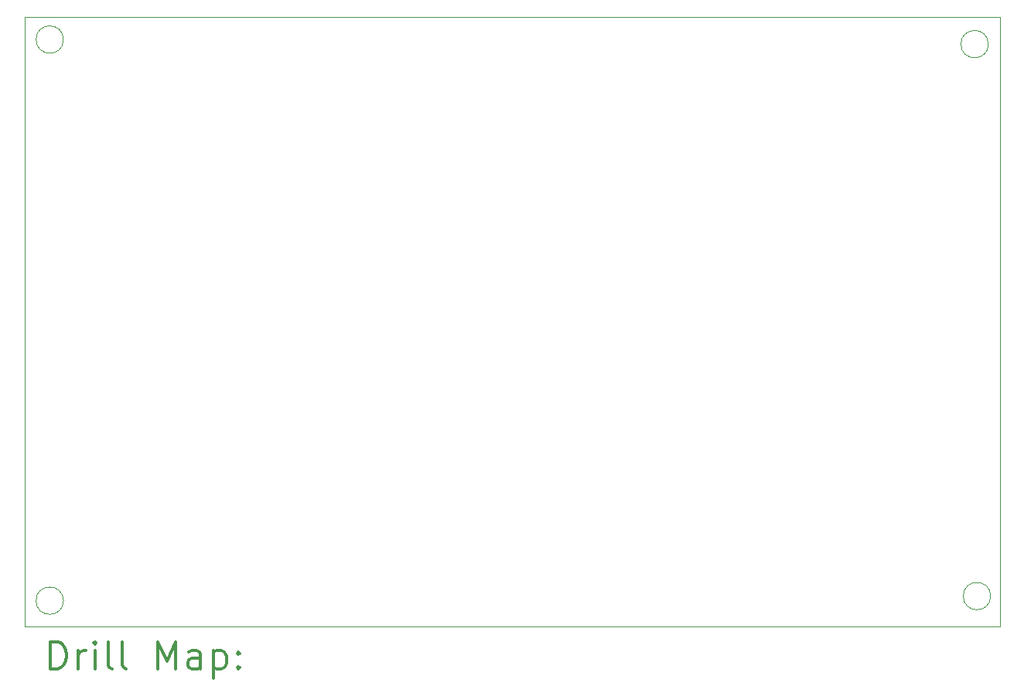
<source format=gbr>
%FSLAX45Y45*%
G04 Gerber Fmt 4.5, Leading zero omitted, Abs format (unit mm)*
G04 Created by KiCad (PCBNEW (5.1.12)-1) date 2022-05-31 10:15:43*
%MOMM*%
%LPD*%
G01*
G04 APERTURE LIST*
%TA.AperFunction,Profile*%
%ADD10C,0.050000*%
%TD*%
%ADD11C,0.200000*%
%ADD12C,0.300000*%
G04 APERTURE END LIST*
D10*
X58025000Y97900000D02*
G75*
G03*
X58025000Y97900000I-150000J0D01*
G01*
X68150000Y97850000D02*
G75*
G03*
X68150000Y97850000I-150000J0D01*
G01*
X68175000Y91800000D02*
G75*
G03*
X68175000Y91800000I-150000J0D01*
G01*
X58025000Y91750000D02*
G75*
G03*
X58025000Y91750000I-150000J0D01*
G01*
X68275000Y91470000D02*
X68275000Y98150000D01*
X57600000Y91470000D02*
X68275000Y91470000D01*
X57600000Y91470000D02*
X57600000Y98150000D01*
X57600000Y98150000D02*
X68275000Y98150000D01*
D11*
D12*
X57883928Y91001786D02*
X57883928Y91301786D01*
X57955357Y91301786D01*
X57998214Y91287500D01*
X58026786Y91258928D01*
X58041071Y91230357D01*
X58055357Y91173214D01*
X58055357Y91130357D01*
X58041071Y91073214D01*
X58026786Y91044643D01*
X57998214Y91016071D01*
X57955357Y91001786D01*
X57883928Y91001786D01*
X58183928Y91001786D02*
X58183928Y91201786D01*
X58183928Y91144643D02*
X58198214Y91173214D01*
X58212500Y91187500D01*
X58241071Y91201786D01*
X58269643Y91201786D01*
X58369643Y91001786D02*
X58369643Y91201786D01*
X58369643Y91301786D02*
X58355357Y91287500D01*
X58369643Y91273214D01*
X58383928Y91287500D01*
X58369643Y91301786D01*
X58369643Y91273214D01*
X58555357Y91001786D02*
X58526786Y91016071D01*
X58512500Y91044643D01*
X58512500Y91301786D01*
X58712500Y91001786D02*
X58683928Y91016071D01*
X58669643Y91044643D01*
X58669643Y91301786D01*
X59055357Y91001786D02*
X59055357Y91301786D01*
X59155357Y91087500D01*
X59255357Y91301786D01*
X59255357Y91001786D01*
X59526786Y91001786D02*
X59526786Y91158928D01*
X59512500Y91187500D01*
X59483928Y91201786D01*
X59426786Y91201786D01*
X59398214Y91187500D01*
X59526786Y91016071D02*
X59498214Y91001786D01*
X59426786Y91001786D01*
X59398214Y91016071D01*
X59383928Y91044643D01*
X59383928Y91073214D01*
X59398214Y91101786D01*
X59426786Y91116071D01*
X59498214Y91116071D01*
X59526786Y91130357D01*
X59669643Y91201786D02*
X59669643Y90901786D01*
X59669643Y91187500D02*
X59698214Y91201786D01*
X59755357Y91201786D01*
X59783928Y91187500D01*
X59798214Y91173214D01*
X59812500Y91144643D01*
X59812500Y91058928D01*
X59798214Y91030357D01*
X59783928Y91016071D01*
X59755357Y91001786D01*
X59698214Y91001786D01*
X59669643Y91016071D01*
X59941071Y91030357D02*
X59955357Y91016071D01*
X59941071Y91001786D01*
X59926786Y91016071D01*
X59941071Y91030357D01*
X59941071Y91001786D01*
X59941071Y91187500D02*
X59955357Y91173214D01*
X59941071Y91158928D01*
X59926786Y91173214D01*
X59941071Y91187500D01*
X59941071Y91158928D01*
M02*

</source>
